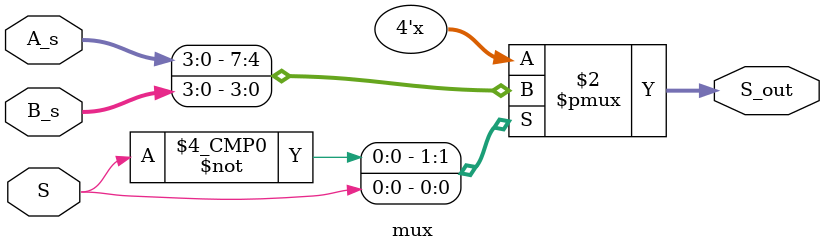
<source format=sv>
module mux( input logic [3:0] A_s, B_s,
            input logic S,
            output logic [3:0] S_out);

always_comb
begin
unique case (S)
  1'b0   : S_out[3:0] = A_s[3:0];
  1'b1   : S_out[3:0] = B_s[3:0];
  endcase
end
endmodule
</source>
